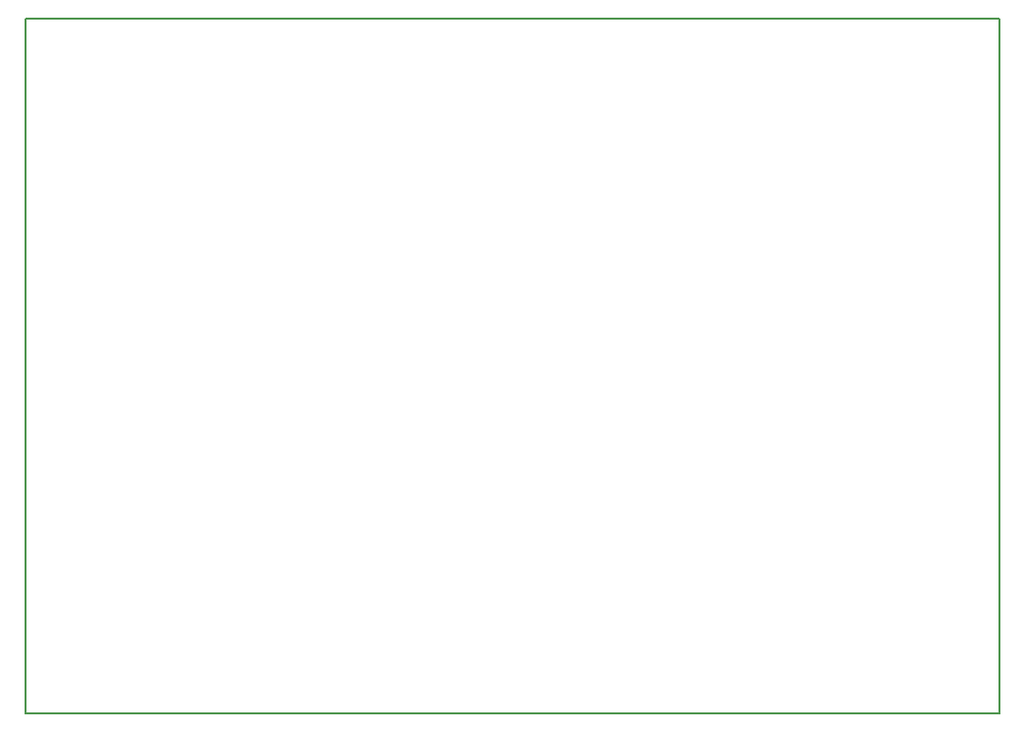
<source format=gbr>
G04 #@! TF.FileFunction,Profile,NP*
%FSLAX46Y46*%
G04 Gerber Fmt 4.6, Leading zero omitted, Abs format (unit mm)*
G04 Created by KiCad (PCBNEW 4.0.2+dfsg1-stable) date Thu 23 Jun 2016 09:12:49 CEST*
%MOMM*%
G01*
G04 APERTURE LIST*
%ADD10C,0.100000*%
%ADD11C,0.150000*%
G04 APERTURE END LIST*
D10*
D11*
X154000000Y-73000000D02*
X154000000Y-133000000D01*
X238000000Y-73000000D02*
X154000000Y-73000000D01*
X238000000Y-133000000D02*
X238000000Y-73000000D01*
X154000000Y-133000000D02*
X238000000Y-133000000D01*
M02*

</source>
